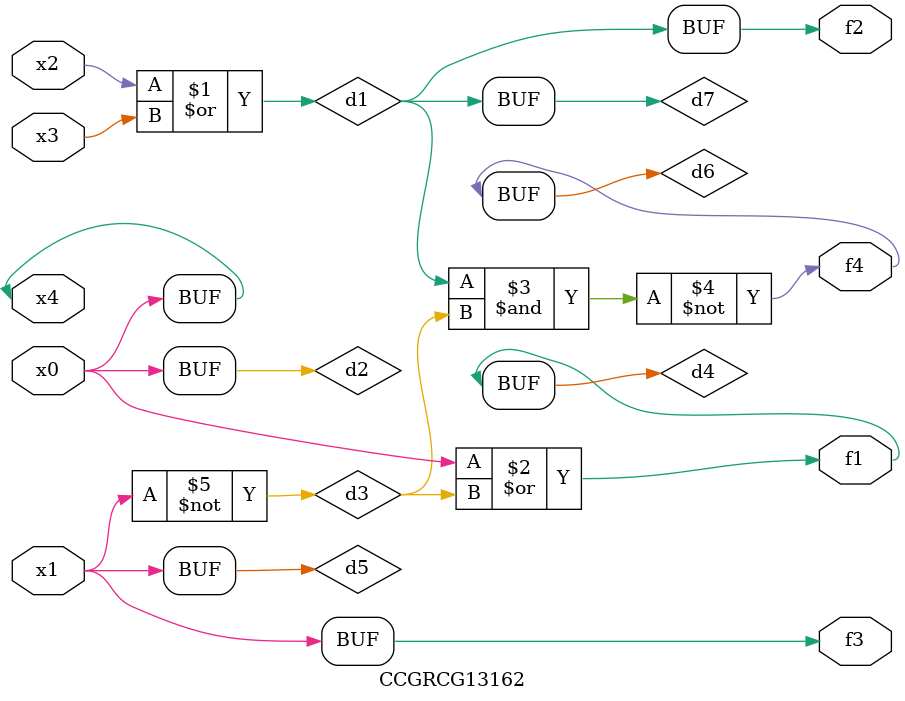
<source format=v>
module CCGRCG13162(
	input x0, x1, x2, x3, x4,
	output f1, f2, f3, f4
);

	wire d1, d2, d3, d4, d5, d6, d7;

	or (d1, x2, x3);
	buf (d2, x0, x4);
	not (d3, x1);
	or (d4, d2, d3);
	not (d5, d3);
	nand (d6, d1, d3);
	or (d7, d1);
	assign f1 = d4;
	assign f2 = d7;
	assign f3 = d5;
	assign f4 = d6;
endmodule

</source>
